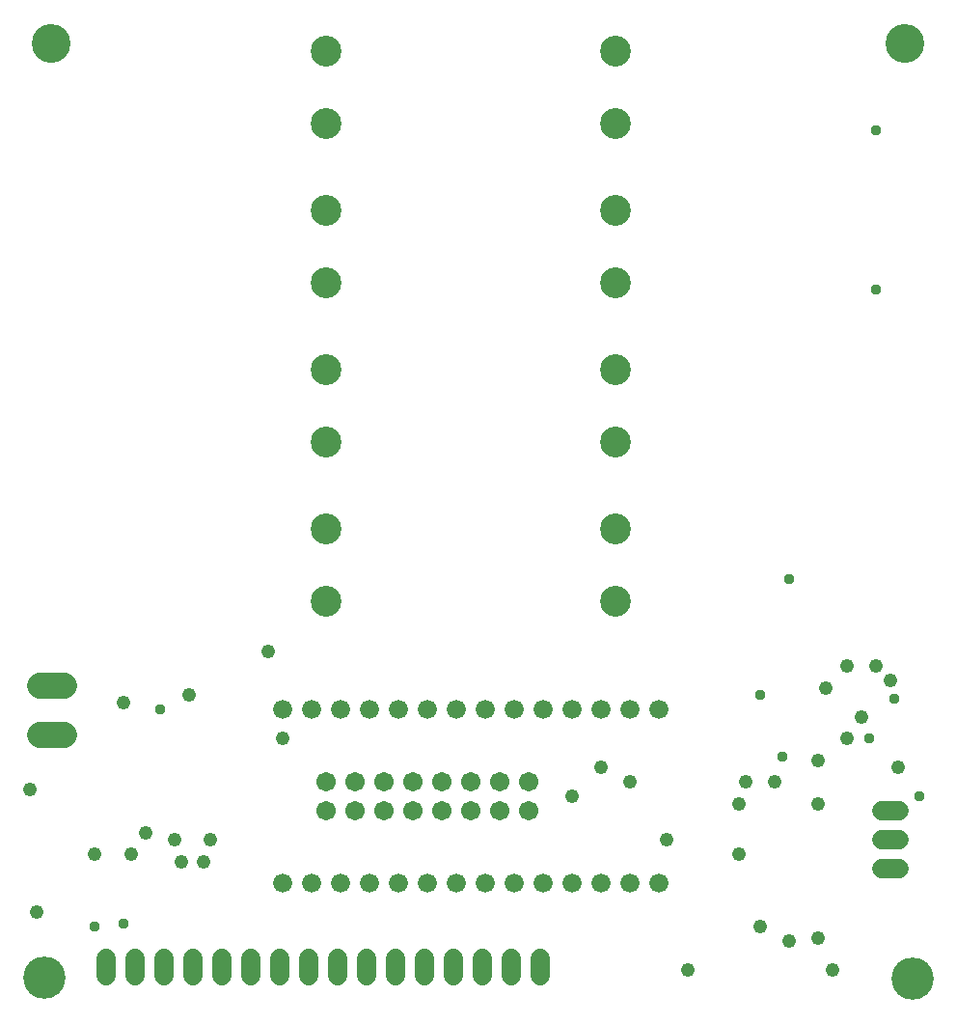
<source format=gbs>
G75*
%MOIN*%
%OFA0B0*%
%FSLAX25Y25*%
%IPPOS*%
%LPD*%
%AMOC8*
5,1,8,0,0,1.08239X$1,22.5*
%
%ADD10C,0.14600*%
%ADD11C,0.13398*%
%ADD12C,0.06800*%
%ADD13C,0.06600*%
%ADD14C,0.06737*%
%ADD15C,0.10643*%
%ADD16C,0.09068*%
%ADD17C,0.04762*%
%ADD18C,0.03778*%
D10*
X0019300Y0014300D03*
X0319300Y0013902D03*
D11*
X0316800Y0336800D03*
X0021800Y0336800D03*
D12*
X0308800Y0071800D02*
X0314800Y0071800D01*
X0314800Y0061800D02*
X0308800Y0061800D01*
X0308800Y0051800D02*
X0314800Y0051800D01*
X0190800Y0020800D02*
X0190800Y0014800D01*
X0180800Y0014800D02*
X0180800Y0020800D01*
X0170800Y0020800D02*
X0170800Y0014800D01*
X0160800Y0014800D02*
X0160800Y0020800D01*
X0150800Y0020800D02*
X0150800Y0014800D01*
X0140800Y0014800D02*
X0140800Y0020800D01*
X0130800Y0020800D02*
X0130800Y0014800D01*
X0120800Y0014800D02*
X0120800Y0020800D01*
X0110800Y0020800D02*
X0110800Y0014800D01*
X0100800Y0014800D02*
X0100800Y0020800D01*
X0090800Y0020800D02*
X0090800Y0014800D01*
X0080800Y0014800D02*
X0080800Y0020800D01*
X0070800Y0020800D02*
X0070800Y0014800D01*
X0060800Y0014800D02*
X0060800Y0020800D01*
X0050800Y0020800D02*
X0050800Y0014800D01*
X0040800Y0014800D02*
X0040800Y0020800D01*
D13*
X0101800Y0046800D03*
X0111800Y0046800D03*
X0121800Y0046800D03*
X0131800Y0046800D03*
X0141800Y0046800D03*
X0151800Y0046800D03*
X0161800Y0046800D03*
X0171800Y0046800D03*
X0181800Y0046800D03*
X0191800Y0046800D03*
X0201800Y0046800D03*
X0211800Y0046800D03*
X0221800Y0046800D03*
X0231800Y0046800D03*
X0231800Y0106800D03*
X0221800Y0106800D03*
X0211800Y0106800D03*
X0201800Y0106800D03*
X0191800Y0106800D03*
X0181800Y0106800D03*
X0171800Y0106800D03*
X0161800Y0106800D03*
X0151800Y0106800D03*
X0141800Y0106800D03*
X0131800Y0106800D03*
X0121800Y0106800D03*
X0111800Y0106800D03*
X0101800Y0106800D03*
D14*
X0116800Y0081800D03*
X0116800Y0071800D03*
X0126800Y0071800D03*
X0126800Y0081800D03*
X0136800Y0081800D03*
X0136800Y0071800D03*
X0146800Y0071800D03*
X0146800Y0081800D03*
X0156800Y0081800D03*
X0156800Y0071800D03*
X0166800Y0071800D03*
X0166800Y0081800D03*
X0176800Y0081800D03*
X0176800Y0071800D03*
X0186800Y0071800D03*
X0186800Y0081800D03*
D15*
X0216800Y0144300D03*
X0216800Y0169300D03*
X0216800Y0199300D03*
X0216800Y0224300D03*
X0216800Y0254300D03*
X0216800Y0279300D03*
X0216800Y0309300D03*
X0216800Y0334300D03*
X0116800Y0334300D03*
X0116800Y0309300D03*
X0116800Y0279300D03*
X0116800Y0254300D03*
X0116800Y0224300D03*
X0116800Y0199300D03*
X0116800Y0169300D03*
X0116800Y0144300D03*
D16*
X0025934Y0115068D02*
X0017666Y0115068D01*
X0017666Y0098139D02*
X0025934Y0098139D01*
D17*
X0014300Y0079300D03*
X0036800Y0056800D03*
X0049300Y0056800D03*
X0054300Y0064300D03*
X0064300Y0061800D03*
X0066800Y0054300D03*
X0074300Y0054300D03*
X0076800Y0061800D03*
X0101800Y0096800D03*
X0096800Y0126800D03*
X0069300Y0111800D03*
X0046800Y0109300D03*
X0016800Y0036800D03*
X0201800Y0076800D03*
X0211800Y0086800D03*
X0221800Y0081800D03*
X0234300Y0061800D03*
X0259300Y0056800D03*
X0259300Y0074300D03*
X0261800Y0081800D03*
X0271800Y0081800D03*
X0286800Y0074300D03*
X0286800Y0089300D03*
X0296800Y0096800D03*
X0301800Y0104300D03*
X0311800Y0116800D03*
X0306800Y0121800D03*
X0296800Y0121800D03*
X0289300Y0114300D03*
X0314300Y0086800D03*
X0266800Y0031800D03*
X0276800Y0026800D03*
X0286800Y0027961D03*
X0291800Y0016800D03*
X0241800Y0016800D03*
D18*
X0274300Y0090550D03*
X0266800Y0111800D03*
X0276800Y0151800D03*
X0313050Y0110550D03*
X0304300Y0096800D03*
X0321800Y0076800D03*
X0306800Y0251800D03*
X0306800Y0306800D03*
X0059300Y0106800D03*
X0046800Y0032800D03*
X0036800Y0031800D03*
M02*

</source>
